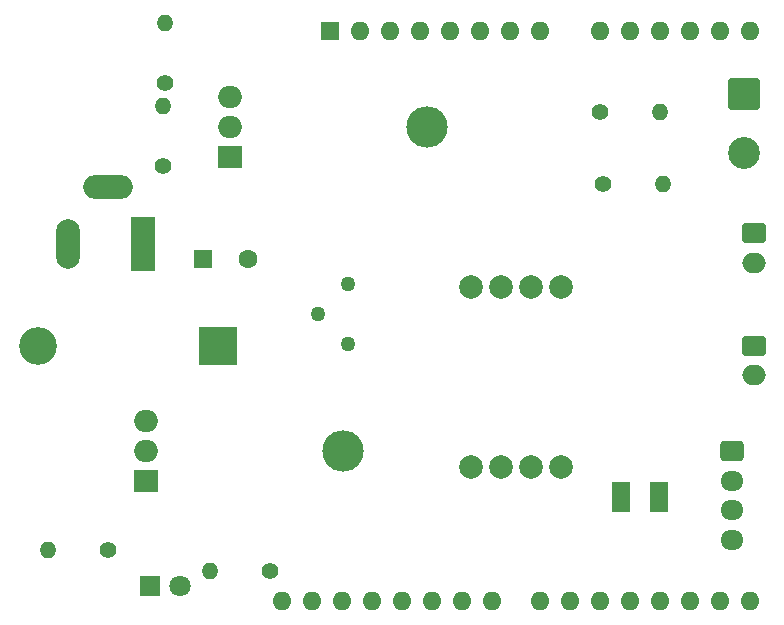
<source format=gbr>
%TF.GenerationSoftware,KiCad,Pcbnew,6.0.11+dfsg-1*%
%TF.CreationDate,2025-02-12T16:55:50+02:00*%
%TF.ProjectId,pet_puller_shield,7065745f-7075-46c6-9c65-725f73686965,rev?*%
%TF.SameCoordinates,Original*%
%TF.FileFunction,Soldermask,Top*%
%TF.FilePolarity,Negative*%
%FSLAX46Y46*%
G04 Gerber Fmt 4.6, Leading zero omitted, Abs format (unit mm)*
G04 Created by KiCad (PCBNEW 6.0.11+dfsg-1) date 2025-02-12 16:55:50*
%MOMM*%
%LPD*%
G01*
G04 APERTURE LIST*
G04 Aperture macros list*
%AMRoundRect*
0 Rectangle with rounded corners*
0 $1 Rounding radius*
0 $2 $3 $4 $5 $6 $7 $8 $9 X,Y pos of 4 corners*
0 Add a 4 corners polygon primitive as box body*
4,1,4,$2,$3,$4,$5,$6,$7,$8,$9,$2,$3,0*
0 Add four circle primitives for the rounded corners*
1,1,$1+$1,$2,$3*
1,1,$1+$1,$4,$5*
1,1,$1+$1,$6,$7*
1,1,$1+$1,$8,$9*
0 Add four rect primitives between the rounded corners*
20,1,$1+$1,$2,$3,$4,$5,0*
20,1,$1+$1,$4,$5,$6,$7,0*
20,1,$1+$1,$6,$7,$8,$9,0*
20,1,$1+$1,$8,$9,$2,$3,0*%
G04 Aperture macros list end*
%ADD10R,1.600000X1.600000*%
%ADD11O,1.600000X1.600000*%
%ADD12RoundRect,0.250001X-1.099999X1.099999X-1.099999X-1.099999X1.099999X-1.099999X1.099999X1.099999X0*%
%ADD13C,2.700000*%
%ADD14C,1.400000*%
%ADD15O,1.400000X1.400000*%
%ADD16O,3.500000X3.500000*%
%ADD17R,2.000000X1.905000*%
%ADD18O,2.000000X1.905000*%
%ADD19R,1.800000X1.800000*%
%ADD20C,1.800000*%
%ADD21RoundRect,0.250000X-0.725000X0.600000X-0.725000X-0.600000X0.725000X-0.600000X0.725000X0.600000X0*%
%ADD22O,1.950000X1.700000*%
%ADD23RoundRect,0.250000X-0.750000X0.600000X-0.750000X-0.600000X0.750000X-0.600000X0.750000X0.600000X0*%
%ADD24O,2.000000X1.700000*%
%ADD25R,3.200000X3.200000*%
%ADD26O,3.200000X3.200000*%
%ADD27C,1.600000*%
%ADD28R,2.000000X4.600000*%
%ADD29O,2.000000X4.200000*%
%ADD30O,4.200000X2.000000*%
%ADD31C,1.260000*%
%ADD32R,1.524000X2.524000*%
%ADD33C,2.000000*%
G04 APERTURE END LIST*
D10*
%TO.C,A1*%
X151130000Y-85090000D03*
D11*
X153670000Y-85090000D03*
X156210000Y-85090000D03*
X158750000Y-85090000D03*
X161290000Y-85090000D03*
X163830000Y-85090000D03*
X166370000Y-85090000D03*
X168910000Y-85090000D03*
X173990000Y-85090000D03*
X176530000Y-85090000D03*
X179070000Y-85090000D03*
X181610000Y-85090000D03*
X184150000Y-85090000D03*
X186690000Y-85090000D03*
X186690000Y-133350000D03*
X184150000Y-133350000D03*
X181610000Y-133350000D03*
X179070000Y-133350000D03*
X176530000Y-133350000D03*
X173990000Y-133350000D03*
X171450000Y-133350000D03*
X168910000Y-133350000D03*
X164850000Y-133350000D03*
X162310000Y-133350000D03*
X159770000Y-133350000D03*
X157230000Y-133350000D03*
X154690000Y-133350000D03*
X152150000Y-133350000D03*
X149610000Y-133350000D03*
X147070000Y-133350000D03*
%TD*%
D12*
%TO.C,J4*%
X186140000Y-90432500D03*
D13*
X186140000Y-95432500D03*
%TD*%
D14*
%TO.C,R1*%
X174244000Y-98044000D03*
D15*
X179324000Y-98044000D03*
%TD*%
D16*
%TO.C,Q1*%
X159322000Y-93218000D03*
D17*
X142662000Y-95758000D03*
D18*
X142662000Y-93218000D03*
X142662000Y-90678000D03*
%TD*%
D14*
%TO.C,R2*%
X146050000Y-130810000D03*
D15*
X140970000Y-130810000D03*
%TD*%
D19*
%TO.C,D1*%
X135865000Y-132080000D03*
D20*
X138405000Y-132080000D03*
%TD*%
D21*
%TO.C,J5*%
X185120000Y-120710000D03*
D22*
X185120000Y-123210000D03*
X185120000Y-125710000D03*
X185120000Y-128210000D03*
%TD*%
D14*
%TO.C,R3*%
X173990000Y-91948000D03*
D15*
X179070000Y-91948000D03*
%TD*%
D14*
%TO.C,R4*%
X132334000Y-129032000D03*
D15*
X127254000Y-129032000D03*
%TD*%
D23*
%TO.C,J3*%
X187025000Y-102255000D03*
D24*
X187025000Y-104755000D03*
%TD*%
D25*
%TO.C,D2*%
X141605000Y-111760000D03*
D26*
X126365000Y-111760000D03*
%TD*%
D16*
%TO.C,U1*%
X152210000Y-120650000D03*
D17*
X135550000Y-123190000D03*
D18*
X135550000Y-120650000D03*
X135550000Y-118110000D03*
%TD*%
D23*
%TO.C,J2*%
X187025000Y-111780000D03*
D24*
X187025000Y-114280000D03*
%TD*%
D14*
%TO.C,R6*%
X136995000Y-96520000D03*
D15*
X136995000Y-91440000D03*
%TD*%
D10*
%TO.C,C1*%
X140378047Y-104394000D03*
D27*
X144178047Y-104394000D03*
%TD*%
D28*
%TO.C,J1*%
X135255000Y-103124000D03*
D29*
X128955000Y-103124000D03*
D30*
X132355000Y-98324000D03*
%TD*%
D31*
%TO.C,RV1*%
X152654000Y-106516000D03*
X150114000Y-109056000D03*
X152654000Y-111596000D03*
%TD*%
D32*
%TO.C,U2*%
X178943000Y-124547500D03*
X175768000Y-124547500D03*
D33*
X170688000Y-122007500D03*
X168148000Y-122007500D03*
X165608000Y-122007500D03*
X163068000Y-122007500D03*
X163068000Y-106767500D03*
X165608000Y-106767500D03*
X168148000Y-106767500D03*
X170688000Y-106767500D03*
%TD*%
D14*
%TO.C,R5*%
X137160000Y-89535000D03*
D15*
X137160000Y-84455000D03*
%TD*%
M02*

</source>
